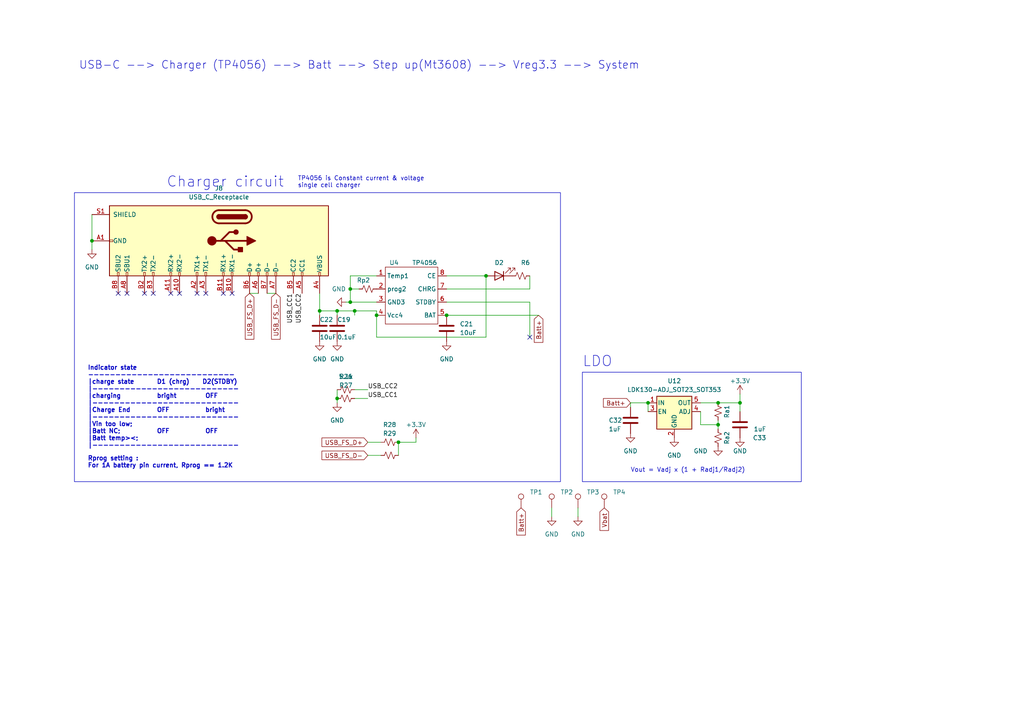
<source format=kicad_sch>
(kicad_sch (version 20230121) (generator eeschema)
  (paper "A4")
  (lib_symbols
    (symbol "Connector:TestPoint" (pin_numbers hide) (pin_names (offset 0.762) hide)
      (property "Reference" "TP" (at 0 6.858 0))
      (property "Value" "TestPoint" (at 0 5.08 0))
      (symbol "TestPoint_0_1"
        (circle (center 0 3.302) (radius 0.762))
      )
      (symbol "TestPoint_1_1"
        (pin passive line (at 0 0 90) (length 2.54) (name "1") (number "1"))
      )
    )
    (symbol "Connector:USB_C_Receptacle" (pin_names (offset 1.016))
      (property "Reference" "J" (at -10.16 29.21 0))
      (property "Value" "USB_C_Receptacle" (at 10.16 29.21 0))
      (symbol "USB_C_Receptacle_0_0"
        (rectangle (start -0.254 -35.56) (end 0.254 -34.544))
        (rectangle (start 10.16 -32.766) (end 9.144 -33.274))
        (rectangle (start 10.16 -30.226) (end 9.144 -30.734))
        (rectangle (start 10.16 -25.146) (end 9.144 -25.654))
        (rectangle (start 10.16 -22.606) (end 9.144 -23.114))
        (rectangle (start 10.16 -17.526) (end 9.144 -18.034))
        (rectangle (start 10.16 -14.986) (end 9.144 -15.494))
        (rectangle (start 10.16 -9.906) (end 9.144 -10.414))
        (rectangle (start 10.16 -7.366) (end 9.144 -7.874))
        (rectangle (start 10.16 -2.286) (end 9.144 -2.794))
        (rectangle (start 10.16 0.254) (end 9.144 -0.254))
        (rectangle (start 10.16 5.334) (end 9.144 4.826))
        (rectangle (start 10.16 7.874) (end 9.144 7.366))
        (rectangle (start 10.16 10.414) (end 9.144 9.906))
        (rectangle (start 10.16 12.954) (end 9.144 12.446))
        (rectangle (start 10.16 18.034) (end 9.144 17.526))
        (rectangle (start 10.16 20.574) (end 9.144 20.066))
        (rectangle (start 10.16 25.654) (end 9.144 25.146))
      )
      (symbol "USB_C_Receptacle_0_1"
        (rectangle (start -10.16 27.94) (end 10.16 -35.56) (stroke (width 0.254)) (fill (type background)))
        (arc (start -8.89 -3.81) (mid -6.985 -5.7067) (end -5.08 -3.81) (stroke (width 0.508)))
        (arc (start -7.62 -3.81) (mid -6.985 -4.4423) (end -6.35 -3.81) (stroke (width 0.254)))
        (arc (start -7.62 -3.81) (mid -6.985 -4.4423) (end -6.35 -3.81) (stroke (width 0.254)) (fill (type outline)))
        (rectangle (start -7.62 -3.81) (end -6.35 3.81) (stroke (width 0.254)) (fill (type outline)))
        (arc (start -6.35 3.81) (mid -6.985 4.4423) (end -7.62 3.81) (stroke (width 0.254)))
        (arc (start -6.35 3.81) (mid -6.985 4.4423) (end -7.62 3.81) (stroke (width 0.254)) (fill (type outline)))
        (arc (start -5.08 3.81) (mid -6.985 5.7067) (end -8.89 3.81) (stroke (width 0.508)))
        (polyline (pts (xy -8.89 -3.81) (xy -8.89 3.81)) (stroke (width 0.508)))
        (polyline (pts (xy -5.08 3.81) (xy -5.08 -3.81)) (stroke (width 0.508)))
      )
      (symbol "USB_C_Receptacle_1_1"
        (circle (center -2.54 1.143) (radius 0.635) (stroke (width 0.254)) (fill (type outline)))
        (circle (center 0 -5.842) (radius 1.27) (fill (type outline)))
        (polyline (pts (xy 0 -5.842) (xy 0 4.318)) (stroke (width 0.508)))
        (polyline (pts (xy 0 -3.302) (xy -2.54 -0.762) (xy -2.54 0.508)) (stroke (width 0.508)))
        (polyline (pts (xy 0 -2.032) (xy 2.54 0.508) (xy 2.54 1.778)) (stroke (width 0.508)))
        (polyline (pts (xy -1.27 4.318) (xy 0 6.858) (xy 1.27 4.318) (xy -1.27 4.318)) (stroke (width 0.254)) (fill (type outline)))
        (rectangle (start 1.905 1.778) (end 3.175 3.048) (stroke (width 0.254)) (fill (type outline)))
        (pin passive line (at 0 -40.64 90) (length 5.08) (name "GND") (number "A1"))
        (pin bidirectional line (at 15.24 -15.24 180) (length 5.08) (name "RX2-") (number "A10"))
        (pin bidirectional line (at 15.24 -17.78 180) (length 5.08) (name "RX2+") (number "A11"))
        (pin passive line (at 0 -40.64 90) (length 5.08) hide (name "GND") (number "A12"))
        (pin bidirectional line (at 15.24 -10.16 180) (length 5.08) (name "TX1+") (number "A2"))
        (pin bidirectional line (at 15.24 -7.62 180) (length 5.08) (name "TX1-") (number "A3"))
        (pin passive line (at 15.24 25.4 180) (length 5.08) (name "VBUS") (number "A4"))
        (pin bidirectional line (at 15.24 20.32 180) (length 5.08) (name "CC1") (number "A5"))
        (pin bidirectional line (at 15.24 7.62 180) (length 5.08) (name "D+") (number "A6"))
        (pin bidirectional line (at 15.24 12.7 180) (length 5.08) (name "D-") (number "A7"))
        (pin bidirectional line (at 15.24 -30.48 180) (length 5.08) (name "SBU1") (number "A8"))
        (pin passive line (at 15.24 25.4 180) (length 5.08) hide (name "VBUS") (number "A9"))
        (pin passive line (at 0 -40.64 90) (length 5.08) hide (name "GND") (number "B1"))
        (pin bidirectional line (at 15.24 0 180) (length 5.08) (name "RX1-") (number "B10"))
        (pin bidirectional line (at 15.24 -2.54 180) (length 5.08) (name "RX1+") (number "B11"))
        (pin passive line (at 0 -40.64 90) (length 5.08) hide (name "GND") (number "B12"))
        (pin bidirectional line (at 15.24 -25.4 180) (length 5.08) (name "TX2+") (number "B2"))
        (pin bidirectional line (at 15.24 -22.86 180) (length 5.08) (name "TX2-") (number "B3"))
        (pin passive line (at 15.24 25.4 180) (length 5.08) hide (name "VBUS") (number "B4"))
        (pin bidirectional line (at 15.24 17.78 180) (length 5.08) (name "CC2") (number "B5"))
        (pin bidirectional line (at 15.24 5.08 180) (length 5.08) (name "D+") (number "B6"))
        (pin bidirectional line (at 15.24 10.16 180) (length 5.08) (name "D-") (number "B7"))
        (pin bidirectional line (at 15.24 -33.02 180) (length 5.08) (name "SBU2") (number "B8"))
        (pin passive line (at 15.24 25.4 180) (length 5.08) hide (name "VBUS") (number "B9"))
        (pin passive line (at -7.62 -40.64 90) (length 5.08) (name "SHIELD") (number "S1"))
      )
    )
    (symbol "Device:C" (pin_numbers hide) (pin_names (offset 0.254))
      (property "Reference" "C" (at 0.635 2.54 0))
      (property "Value" "C" (at 0.635 -2.54 0))
      (symbol "C_0_1"
        (polyline (pts (xy -2.032 -0.762) (xy 2.032 -0.762)) (stroke (width 0.508)))
        (polyline (pts (xy -2.032 0.762) (xy 2.032 0.762)) (stroke (width 0.508)))
      )
      (symbol "C_1_1"
        (pin passive line (at 0 3.81 270) (length 2.794) (name "~") (number "1"))
        (pin passive line (at 0 -3.81 90) (length 2.794) (name "~") (number "2"))
      )
    )
    (symbol "Device:LED" (pin_numbers hide) (pin_names (offset 1.016) hide)
      (property "Reference" "D" (at 0 2.54 0))
      (property "Value" "LED" (at 0 -2.54 0))
      (symbol "LED_0_1"
        (polyline (pts (xy -1.27 -1.27) (xy -1.27 1.27)) (stroke (width 0.254)))
        (polyline (pts (xy -1.27 0) (xy 1.27 0)))
        (polyline (pts (xy 1.27 -1.27) (xy 1.27 1.27) (xy -1.27 0) (xy 1.27 -1.27)) (stroke (width 0.254)))
        (polyline (pts (xy -3.048 -0.762) (xy -4.572 -2.286) (xy -3.81 -2.286) (xy -4.572 -2.286) (xy -4.572 -1.524)))
        (polyline (pts (xy -1.778 -0.762) (xy -3.302 -2.286) (xy -2.54 -2.286) (xy -3.302 -2.286) (xy -3.302 -1.524)))
      )
      (symbol "LED_1_1"
        (pin passive line (at -3.81 0 0) (length 2.54) (name "K") (number "1"))
        (pin passive line (at 3.81 0 180) (length 2.54) (name "A") (number "2"))
      )
    )
    (symbol "Device:R_Small_US" (pin_numbers hide) (pin_names (offset 0.254) hide)
      (property "Reference" "R" (at 0.762 0.508 0))
      (property "Value" "R_Small_US" (at 0.762 -1.016 0))
      (symbol "R_Small_US_1_1"
        (polyline (pts (xy 0 0) (xy 1.016 -0.381) (xy 0 -0.762) (xy -1.016 -1.143) (xy 0 -1.524)))
        (polyline (pts (xy 0 1.524) (xy 1.016 1.143) (xy 0 0.762) (xy -1.016 0.381) (xy 0 0)))
        (pin passive line (at 0 2.54 270) (length 1.016) (name "~") (number "1"))
        (pin passive line (at 0 -2.54 90) (length 1.016) (name "~") (number "2"))
      )
    )
    (symbol "Regulator_Linear:LDK130-ADJ_SOT23_SOT353" (pin_names (offset 0.254))
      (property "Reference" "U" (at -3.81 5.715 0))
      (property "Value" "LDK130-ADJ_SOT23_SOT353" (at 0 5.715 0))
      (symbol "LDK130-ADJ_SOT23_SOT353_0_1"
        (rectangle (start -5.08 4.445) (end 5.08 -5.08) (stroke (width 0.254)) (fill (type background)))
      )
      (symbol "LDK130-ADJ_SOT23_SOT353_1_1"
        (pin power_in line (at -7.62 2.54 0) (length 2.54) (name "IN") (number "1"))
        (pin power_in line (at 0 -7.62 90) (length 2.54) (name "GND") (number "2"))
        (pin input line (at -7.62 0 0) (length 2.54) (name "EN") (number "3"))
        (pin input line (at 7.62 0 180) (length 2.54) (name "ADJ") (number "4"))
        (pin power_out line (at 7.62 2.54 180) (length 2.54) (name "OUT") (number "5"))
      )
    )
    (symbol "Varad:TP4056"
      (property "Reference" "U" (at 0 0 0))
      (symbol "TP4056_0_1"
        (rectangle (start -7.62 5.08) (end 7.62 -11.43))
      )
      (symbol "TP4056_1_1"
        (pin input line (at -10.16 2.54 0) (length 2.54) (name "Temp1") (number "1"))
        (pin input line (at -10.16 -1.27 0) (length 2.54) (name "prog2") (number "2"))
        (pin input line (at -10.16 -5.08 0) (length 2.54) (name "GND3") (number "3"))
        (pin input line (at -10.16 -8.89 0) (length 2.54) (name "Vcc4") (number "4"))
        (pin input line (at 10.16 -8.89 180) (length 2.54) (name "BAT") (number "5"))
        (pin input line (at 10.16 -5.08 180) (length 2.54) (name "STDBY") (number "6"))
        (pin input line (at 10.16 -1.27 180) (length 2.54) (name "CHRG") (number "7"))
        (pin input line (at 10.16 2.54 180) (length 2.54) (name "CE") (number "8"))
      )
    )
    (symbol "power:+3.3V" (power) (pin_names (offset 0))
      (property "Value" "+3.3V" (at 0 3.556 0))
      (symbol "+3.3V_0_1"
        (polyline (pts (xy -0.762 1.27) (xy 0 2.54)))
        (polyline (pts (xy 0 0) (xy 0 2.54)))
        (polyline (pts (xy 0 2.54) (xy 0.762 1.27)))
      )
      (symbol "+3.3V_1_1"
        (pin power_in line (at 0 0 90) (length 0) hide (name "+3.3V") (number "1"))
      )
    )
    (symbol "power:GND" (power) (pin_names (offset 0))
      (property "Value" "GND" (at 0 -3.81 0))
      (symbol "GND_0_1"
        (polyline (pts (xy 0 0) (xy 0 -1.27) (xy 1.27 -1.27) (xy 0 -2.54) (xy -1.27 -1.27) (xy 0 -1.27)))
      )
      (symbol "GND_1_1"
        (pin power_in line (at 0 0 270) (length 0) hide (name "GND") (number "1"))
      )
    )
  )
  (junction (at 97.79 90.17))
  (junction (at 129.54 91.44))
  (junction (at 115.57 128.27))
  (junction (at 97.79 115.57))
  (junction (at 214.63 116.84))
  (junction (at 102.87 90.17))
  (junction (at 208.28 123.19))
  (junction (at 26.67 69.85))
  (junction (at 101.6 87.63))
  (junction (at 101.6 83.82))
  (junction (at 140.97 80.01))
  (junction (at 187.96 116.84))
  (junction (at 109.22 91.44))
  (junction (at 92.71 90.17))
  (junction (at 208.28 116.84))
  (no_connect (at 41.91 85.09))
  (no_connect (at 34.29 85.09))
  (no_connect (at 67.31 85.09))
  (no_connect (at 52.07 85.09))
  (no_connect (at 153.67 97.79))
  (no_connect (at 49.53 85.09))
  (no_connect (at 44.45 85.09))
  (no_connect (at 36.83 85.09))
  (no_connect (at 57.15 85.09))
  (no_connect (at 59.69 85.09))
  (no_connect (at 64.77 85.09))
  (wire (pts (xy 129.54 80.01) (xy 140.97 80.01)))
  (wire (pts (xy 167.64 149.86) (xy 167.64 147.32)))
  (wire (pts (xy 26.67 69.85) (xy 26.67 72.39)))
  (wire (pts (xy 115.57 128.27) (xy 115.57 132.08)))
  (wire (pts (xy 106.68 132.08) (xy 110.49 132.08)))
  (wire (pts (xy 101.6 83.82) (xy 101.6 87.63)))
  (wire (pts (xy 77.47 85.09) (xy 80.01 85.09)))
  (wire (pts (xy 182.88 116.84) (xy 187.96 116.84)))
  (wire (pts (xy 92.71 91.44) (xy 92.71 90.17)))
  (wire (pts (xy 92.71 90.17) (xy 97.79 90.17)))
  (wire (pts (xy 109.22 97.79) (xy 140.97 97.79)))
  (wire (pts (xy 102.87 90.17) (xy 109.22 90.17)))
  (wire (pts (xy 208.28 116.84) (xy 214.63 116.84)))
  (wire (pts (xy 187.96 116.84) (xy 187.96 119.38)))
  (wire (pts (xy 102.87 90.17) (xy 102.87 91.44)))
  (wire (pts (xy 208.28 121.92) (xy 208.28 123.19)))
  (wire (pts (xy 26.67 62.23) (xy 26.67 69.85)))
  (wire (pts (xy 182.88 118.11) (xy 182.88 116.84)))
  (wire (pts (xy 109.22 97.79) (xy 109.22 91.44)))
  (wire (pts (xy 109.22 80.01) (xy 101.6 80.01)))
  (wire (pts (xy 109.22 91.44) (xy 109.22 90.17)))
  (wire (pts (xy 203.2 119.38) (xy 203.2 123.19)))
  (wire (pts (xy 140.97 80.01) (xy 140.97 97.79)))
  (wire (pts (xy 72.39 85.09) (xy 74.93 85.09)))
  (wire (pts (xy 102.87 115.57) (xy 106.68 115.57)))
  (wire (pts (xy 203.2 116.84) (xy 208.28 116.84)))
  (wire (pts (xy 101.6 87.63) (xy 109.22 87.63)))
  (wire (pts (xy 208.28 123.19) (xy 208.28 124.46)))
  (wire (pts (xy 129.54 83.82) (xy 153.67 83.82)))
  (wire (pts (xy 214.63 114.3) (xy 214.63 116.84)))
  (wire (pts (xy 101.6 83.82) (xy 104.14 83.82)))
  (wire (pts (xy 97.79 90.17) (xy 102.87 90.17)))
  (wire (pts (xy 100.33 87.63) (xy 101.6 87.63)))
  (wire (pts (xy 120.65 127) (xy 120.65 128.27)))
  (wire (pts (xy 153.67 83.82) (xy 153.67 80.01)))
  (wire (pts (xy 153.67 87.63) (xy 153.67 97.79)))
  (wire (pts (xy 129.54 91.44) (xy 156.21 91.44)))
  (wire (pts (xy 92.71 90.17) (xy 92.71 85.09)))
  (wire (pts (xy 102.87 113.03) (xy 106.68 113.03)))
  (wire (pts (xy 129.54 87.63) (xy 153.67 87.63)))
  (wire (pts (xy 214.63 116.84) (xy 214.63 119.38)))
  (wire (pts (xy 97.79 115.57) (xy 97.79 116.84)))
  (wire (pts (xy 120.65 128.27) (xy 115.57 128.27)))
  (wire (pts (xy 97.79 90.17) (xy 97.79 91.44)))
  (wire (pts (xy 97.79 113.03) (xy 97.79 115.57)))
  (wire (pts (xy 203.2 123.19) (xy 208.28 123.19)))
  (wire (pts (xy 101.6 80.01) (xy 101.6 83.82)))
  (wire (pts (xy 106.68 128.27) (xy 110.49 128.27)))
  (wire (pts (xy 160.02 149.86) (xy 160.02 147.32)))
  (rectangle (start 168.91 107.95) (end 232.41 139.7))
  (rectangle (start 21.59 55.88) (end 162.56 139.7))
  (text "LDO" (at 168.91 106.68 0) (effects (font (size 3 3)) (justify left bottom)))
  (text "Rprog setting :\nFor 1A battery pin current, Rprog == 1.2K\n" (at 25.4 135.89 0) (effects (font (size 1.27 1.27) (thickness 0.254) bold) (justify left bottom)))
  (text "USB-C --> Charger (TP4056) --> Batt --> Step up(Mt3608) --> Vreg3.3 --> System\n" (at 22.86 20.32 0) (effects (font (size 2.27 2.27)) (justify left bottom)))
  (text "TP4056 is Constant current & voltage\nsingle cell charger" (at 86.36 54.61 0) (effects (font (size 1.25 1.25)) (justify left bottom)))
  (text "Indicator state\n---------------------------\n|charge state  	D1 (chrg)    D2(STDBY)  \n|---------------------------	  			    		 \n|charging 	  	bright 	    OFF		   \n|---------------------------			  \n|Charge End	  	OFF 	    bright	   \n|---------------------------\n|Vin too low;  			   			   	 	\n|Batt NC;	  	OFF		    OFF		   \n|Batt temp><;  			  		 	   	 \n|--------------------------- 			   			  \n \n" (at 25.4 132.08 0) (effects (font (size 1.27 1.27) (thickness 0.254) bold) (justify left bottom)))
  (text "Charger circuit\n" (at 48.26 54.61 0) (effects (font (size 3 3)) (justify left bottom)))
  (text "Vout = Vadj x (1 + Radj1/Radj2)" (at 182.88 137.16 0) (effects (font (size 1.27 1.27)) (justify left bottom)))
  (label "USB_CC1" (at 106.68 115.57 0))
  (label "USB_CC2" (at 106.68 113.03 0))
  (label "USB_CC2" (at 87.63 85.09 270))
  (label "USB_CC1" (at 85.09 85.09 270))
  (global_label "Batt+" (shape input) (at 151.13 147.32 270) (property "Intersheetrefs" "${INTERSHEET_REFS}" (effects hide)))
  (global_label "Vbat" (shape input) (at 175.26 147.32 270) (property "Intersheetrefs" "${INTERSHEET_REFS}" (effects hide)))
  (global_label "USB_FS_D-" (shape input) (at 106.68 132.08 180) (property "Intersheetrefs" "${INTERSHEET_REFS}" (effects hide)))
  (global_label "USB_FS_D+" (shape input) (at 106.68 128.27 180) (property "Intersheetrefs" "${INTERSHEET_REFS}" (effects hide)))
  (global_label "USB_FS_D-" (shape input) (at 80.01 85.09 270) (property "Intersheetrefs" "${INTERSHEET_REFS}" (effects hide)))
  (global_label "Batt+" (shape input) (at 182.88 116.84 180) (property "Intersheetrefs" "${INTERSHEET_REFS}" (effects hide)))
  (global_label "USB_FS_D+" (shape input) (at 72.39 85.09 270) (property "Intersheetrefs" "${INTERSHEET_REFS}" (effects hide)))
  (global_label "Batt+" (shape input) (at 156.21 91.44 270) (property "Intersheetrefs" "${INTERSHEET_REFS}" (effects hide)))
  (symbol (lib_id "power:GND") (at 195.58 127 0) (unit 1)
    (property "Reference" "#PWR044" (effects hide))
    (property "Value" "GND" (at 195.58 132.08 0))
  )
  (symbol (lib_id "Varad:TP4056") (at 119.38 82.55 0) (unit 1)
    (property "Reference" "U4" (at 114.3 76.2 0))
    (property "Value" "TP4056" (at 123.19 76.2 0))
    (property "Footprint" "Package_SO:SOP-8_3.9x4.9mm_P1.27mm" (effects hide))
  )
  (symbol (lib_id "Connector:TestPoint") (at 151.13 147.32 0) (unit 1)
    (property "Reference" "TP1" (at 153.67 142.748 0) (effects (justify left)))
    (property "Value" "+VE" (effects hide))
    (property "Footprint" "TestPoint:TestPoint_Pad_D3.0mm" (effects hide))
  )
  (symbol (lib_id "power:GND") (at 97.79 99.06 0) (unit 1)
    (property "Reference" "#PWR037" (effects hide))
    (property "Value" "GND" (at 97.79 104.14 0))
  )
  (symbol (lib_id "Device:R_Small_US") (at 151.13 80.01 90) (unit 1)
    (property "Reference" "R6" (at 152.4 76.2 90))
    (property "Value" "1k" (effects hide))
    (property "Footprint" "Resistor_SMD:R_0805_2012Metric_Pad1.20x1.40mm_HandSolder" (effects hide))
  )
  (symbol (lib_id "Device:R_Small_US") (at 106.68 83.82 90) (unit 1)
    (property "Reference" "Rp2" (at 105.41 81.28 90))
    (property "Value" "1.2k" (effects hide))
    (property "Footprint" "Resistor_SMD:R_0805_2012Metric_Pad1.20x1.40mm_HandSolder" (effects hide))
  )
  (symbol (lib_id "Connector:USB_C_Receptacle") (at 67.31 69.85 270) (unit 1)
    (property "Reference" "J8" (at 63.5 54.61 90))
    (property "Value" "USB_C_Receptacle" (at 63.5 57.15 90))
    (property "Footprint" "Connector_USB:USB_C_Receptacle_XKB_U262-16XN-4BVC11" (effects hide))
    (property "Datasheet" "https://www.usb.org/sites/default/files/documents/usb_type-c.zip" (effects hide))
  )
  (symbol (lib_id "Device:R_Small_US") (at 208.28 119.38 0) (unit 1)
    (property "Reference" "Ra1" (at 210.82 119.38 90))
    (property "Value" "R_Small_US" (effects hide))
    (property "Footprint" "Resistor_SMD:R_0805_2012Metric_Pad1.20x1.40mm_HandSolder" (effects hide))
  )
  (symbol (lib_id "power:GND") (at 182.88 125.73 0) (unit 1)
    (property "Reference" "#PWR045" (effects hide))
    (property "Value" "GND" (at 182.88 130.81 0))
  )
  (symbol (lib_id "Regulator_Linear:LDK130-ADJ_SOT23_SOT353") (at 195.58 119.38 0) (unit 1)
    (property "Reference" "U12" (at 195.58 110.49 0))
    (property "Value" "LDK130-ADJ_SOT23_SOT353" (at 195.58 113.03 0))
    (property "Footprint" "Package_TO_SOT_SMD:SOT-23-5" (effects hide))
    (property "Datasheet" "http://www.st.com/content/ccc/resource/technical/document/datasheet/29/10/f7/87/2f/66/47/f4/DM00076097.pdf/files/DM00076097.pdf/jcr:content/translations/en.DM00076097.pdf" (effects hide))
  )
  (symbol (lib_id "Device:R_Small_US") (at 113.03 128.27 90) (unit 1)
    (property "Reference" "R28" (at 113.03 123.19 90))
    (property "Value" "1.5k" (effects hide))
    (property "Footprint" "Resistor_SMD:R_0805_2012Metric_Pad1.20x1.40mm_HandSolder" (effects hide))
  )
  (symbol (lib_id "power:+3.3V") (at 120.65 127 0) (unit 1)
    (property "Reference" "#PWR069" (effects hide))
    (property "Value" "+3.3V" (at 120.65 123.19 0))
  )
  (symbol (lib_id "Device:C") (at 182.88 121.92 0) (unit 1)
    (property "Reference" "C32" (at 176.53 121.92 0) (effects (justify left)))
    (property "Value" "1uF" (at 176.53 124.46 0) (effects (justify left)))
    (property "Footprint" "Capacitor_SMD:C_0805_2012Metric_Pad1.18x1.45mm_HandSolder" (effects hide))
  )
  (symbol (lib_id "power:GND") (at 92.71 99.06 0) (unit 1)
    (property "Reference" "#PWR033" (effects hide))
    (property "Value" "GND" (at 92.71 104.14 0))
  )
  (symbol (lib_id "Device:LED") (at 144.78 80.01 180) (unit 1)
    (property "Reference" "D2" (at 144.78 76.2 0))
    (property "Value" "LED" (effects hide))
    (property "Footprint" "LED_SMD:LED_0805_2012Metric_Pad1.15x1.40mm_HandSolder" (effects hide))
  )
  (symbol (lib_id "Device:R_Small_US") (at 100.33 113.03 90) (unit 1)
    (property "Reference" "R26" (at 100.33 109.22 90))
    (property "Value" "5.1k" (at 100.33 109.22 90))
    (property "Footprint" "Resistor_SMD:R_0805_2012Metric_Pad1.20x1.40mm_HandSolder" (effects hide))
  )
  (symbol (lib_id "Device:R_Small_US") (at 100.33 115.57 90) (unit 1)
    (property "Reference" "R27" (at 100.33 111.76 90))
    (property "Value" "5.1k" (effects hide))
    (property "Footprint" "Resistor_SMD:R_0805_2012Metric_Pad1.20x1.40mm_HandSolder" (effects hide))
  )
  (symbol (lib_id "Connector:TestPoint") (at 160.02 147.32 0) (unit 1)
    (property "Reference" "TP2" (at 162.56 142.748 0) (effects (justify left)))
    (property "Value" "GND" (effects hide))
    (property "Footprint" "TestPoint:TestPoint_Pad_D3.0mm" (effects hide))
  )
  (symbol (lib_id "power:GND") (at 214.63 127 0) (unit 1)
    (property "Reference" "#PWR047" (effects hide))
    (property "Value" "GND" (at 214.63 130.81 0))
  )
  (symbol (lib_id "power:GND") (at 100.33 87.63 270) (unit 1)
    (property "Reference" "#PWR038" (effects hide))
    (property "Value" "GND" (at 100.33 83.82 90) (effects (justify right)))
  )
  (symbol (lib_id "Connector:TestPoint") (at 175.26 147.32 0) (unit 1)
    (property "Reference" "TP4" (at 177.8 142.748 0) (effects (justify left)))
    (property "Value" "+VE" (effects hide))
    (property "Footprint" "TestPoint:TestPoint_Pad_D3.0mm" (effects hide))
  )
  (symbol (lib_id "power:GND") (at 26.67 72.39 0) (unit 1)
    (property "Reference" "#PWR024" (effects hide))
    (property "Value" "GND" (at 26.67 77.47 0))
  )
  (symbol (lib_id "Device:R_Small_US") (at 208.28 127 0) (unit 1)
    (property "Reference" "Ra2" (at 210.82 127 90))
    (property "Value" "R_Small_US" (effects hide))
    (property "Footprint" "Resistor_SMD:R_0805_2012Metric_Pad1.20x1.40mm_HandSolder" (effects hide))
  )
  (symbol (lib_id "Connector:TestPoint") (at 167.64 147.32 0) (unit 1)
    (property "Reference" "TP3" (at 170.18 142.748 0) (effects (justify left)))
    (property "Value" "GND" (effects hide))
    (property "Footprint" "TestPoint:TestPoint_Pad_D3.0mm" (effects hide))
  )
  (symbol (lib_id "Device:C") (at 92.71 95.25 0) (unit 1)
    (property "Reference" "C22" (at 92.71 92.71 0) (effects (justify left)))
    (property "Value" "10uF" (at 92.71 97.79 0) (effects (justify left)))
    (property "Footprint" "Capacitor_SMD:C_0805_2012Metric_Pad1.18x1.45mm_HandSolder" (effects hide))
  )
  (symbol (lib_id "power:GND") (at 167.64 149.86 0) (unit 1)
    (property "Reference" "#PWR043" (effects hide))
    (property "Value" "GND" (at 167.64 154.94 0))
  )
  (symbol (lib_id "Device:C") (at 214.63 123.19 180) (unit 1)
    (property "Reference" "C33" (at 222.25 127 0) (effects (justify left)))
    (property "Value" "1uF" (at 222.25 124.46 0) (effects (justify left)))
    (property "Footprint" "Capacitor_SMD:C_0805_2012Metric_Pad1.18x1.45mm_HandSolder" (effects hide))
  )
  (symbol (lib_id "Device:C") (at 129.54 95.25 0) (unit 1)
    (property "Reference" "C21" (at 133.35 93.98 0) (effects (justify left)))
    (property "Value" "10uF" (at 133.35 96.52 0) (effects (justify left)))
    (property "Footprint" "Capacitor_SMD:C_0805_2012Metric_Pad1.18x1.45mm_HandSolder" (effects hide))
  )
  (symbol (lib_id "power:GND") (at 160.02 149.86 0) (unit 1)
    (property "Reference" "#PWR014" (effects hide))
    (property "Value" "GND" (at 160.02 154.94 0))
  )
  (symbol (lib_id "power:+3.3V") (at 214.63 114.3 0) (unit 1)
    (property "Reference" "#PWR032" (effects hide))
    (property "Value" "+3.3V" (at 214.63 110.49 0))
  )
  (symbol (lib_id "Device:R_Small_US") (at 113.03 132.08 90) (unit 1)
    (property "Reference" "R29" (at 113.03 125.73 90))
    (property "Value" "0" (effects hide))
    (property "Footprint" "Resistor_SMD:R_0805_2012Metric_Pad1.20x1.40mm_HandSolder" (effects hide))
  )
  (symbol (lib_id "Device:C") (at 97.79 95.25 0) (unit 1)
    (property "Reference" "C19" (at 97.79 92.71 0) (effects (justify left)))
    (property "Value" "0.1uF" (at 97.79 97.79 0) (effects (justify left)))
    (property "Footprint" "Capacitor_SMD:C_0805_2012Metric_Pad1.18x1.45mm_HandSolder" (effects hide))
  )
  (symbol (lib_id "power:GND") (at 208.28 129.54 0) (unit 1)
    (property "Reference" "#PWR046" (effects hide))
    (property "Value" "GND" (at 203.2 130.81 0))
  )
  (symbol (lib_id "power:GND") (at 97.79 116.84 0) (unit 1)
    (property "Reference" "#PWR068" (effects hide))
    (property "Value" "GND" (at 97.79 121.92 0))
  )
  (symbol (lib_id "power:GND") (at 129.54 99.06 0) (unit 1)
    (property "Reference" "#PWR039" (effects hide))
    (property "Value" "GND" (at 129.54 104.14 0))
  )
)
</source>
